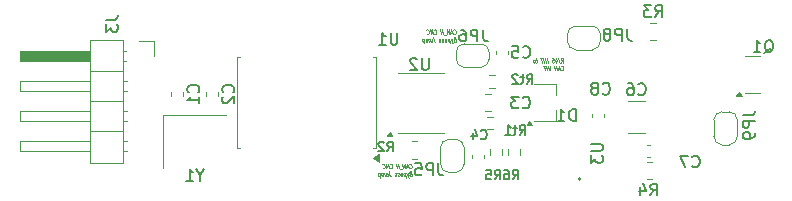
<source format=gbr>
%TF.GenerationSoftware,KiCad,Pcbnew,9.0.1*%
%TF.CreationDate,2025-09-14T13:33:31-04:00*%
%TF.ProjectId,can-nano-shield-fieldbus,63616e2d-6e61-46e6-9f2d-736869656c64,rev?*%
%TF.SameCoordinates,Original*%
%TF.FileFunction,Legend,Bot*%
%TF.FilePolarity,Positive*%
%FSLAX46Y46*%
G04 Gerber Fmt 4.6, Leading zero omitted, Abs format (unit mm)*
G04 Created by KiCad (PCBNEW 9.0.1) date 2025-09-14 13:33:31*
%MOMM*%
%LPD*%
G01*
G04 APERTURE LIST*
%ADD10C,0.075000*%
%ADD11C,0.150000*%
%ADD12C,0.120000*%
%ADD13C,0.200000*%
G04 APERTURE END LIST*
D10*
X150750181Y-88903169D02*
X150826372Y-88712693D01*
X150921610Y-88903169D02*
X150871610Y-88503169D01*
X150871610Y-88503169D02*
X150757324Y-88503169D01*
X150757324Y-88503169D02*
X150731134Y-88522217D01*
X150731134Y-88522217D02*
X150719229Y-88541264D01*
X150719229Y-88541264D02*
X150709705Y-88579360D01*
X150709705Y-88579360D02*
X150716848Y-88636502D01*
X150716848Y-88636502D02*
X150735896Y-88674598D01*
X150735896Y-88674598D02*
X150752562Y-88693645D01*
X150752562Y-88693645D02*
X150783515Y-88712693D01*
X150783515Y-88712693D02*
X150897800Y-88712693D01*
X150485896Y-88503169D02*
X150521610Y-88788883D01*
X150521610Y-88788883D02*
X150543038Y-88846026D01*
X150543038Y-88846026D02*
X150576372Y-88884122D01*
X150576372Y-88884122D02*
X150621610Y-88903169D01*
X150621610Y-88903169D02*
X150650181Y-88903169D01*
X150231134Y-88636502D02*
X150264467Y-88903169D01*
X150283515Y-88484122D02*
X150390658Y-88769836D01*
X150390658Y-88769836D02*
X150204944Y-88769836D01*
X149914468Y-88503169D02*
X150057325Y-88503169D01*
X150057325Y-88503169D02*
X150095420Y-88693645D01*
X150095420Y-88693645D02*
X150078753Y-88674598D01*
X150078753Y-88674598D02*
X150047801Y-88655550D01*
X150047801Y-88655550D02*
X149976373Y-88655550D01*
X149976373Y-88655550D02*
X149950182Y-88674598D01*
X149950182Y-88674598D02*
X149938277Y-88693645D01*
X149938277Y-88693645D02*
X149928753Y-88731741D01*
X149928753Y-88731741D02*
X149940658Y-88826979D01*
X149940658Y-88826979D02*
X149959706Y-88865074D01*
X149959706Y-88865074D02*
X149976373Y-88884122D01*
X149976373Y-88884122D02*
X150007325Y-88903169D01*
X150007325Y-88903169D02*
X150078753Y-88903169D01*
X150078753Y-88903169D02*
X150104944Y-88884122D01*
X150104944Y-88884122D02*
X150116849Y-88865074D01*
X149593040Y-88903169D02*
X149543040Y-88503169D01*
X149450183Y-88903169D02*
X149400183Y-88503169D01*
X149400183Y-88503169D02*
X149278754Y-88903169D01*
X149278754Y-88903169D02*
X149228754Y-88503169D01*
X149128754Y-88503169D02*
X148957325Y-88503169D01*
X149093040Y-88903169D02*
X149043040Y-88503169D01*
X148688279Y-88636502D02*
X148573993Y-88636502D01*
X148628755Y-88503169D02*
X148671612Y-88846026D01*
X148671612Y-88846026D02*
X148662088Y-88884122D01*
X148662088Y-88884122D02*
X148635898Y-88903169D01*
X148635898Y-88903169D02*
X148607326Y-88903169D01*
X148464469Y-88903169D02*
X148490659Y-88884122D01*
X148490659Y-88884122D02*
X148502564Y-88865074D01*
X148502564Y-88865074D02*
X148512088Y-88826979D01*
X148512088Y-88826979D02*
X148497802Y-88712693D01*
X148497802Y-88712693D02*
X148478754Y-88674598D01*
X148478754Y-88674598D02*
X148462088Y-88655550D01*
X148462088Y-88655550D02*
X148431135Y-88636502D01*
X148431135Y-88636502D02*
X148388278Y-88636502D01*
X148388278Y-88636502D02*
X148362088Y-88655550D01*
X148362088Y-88655550D02*
X148350183Y-88674598D01*
X148350183Y-88674598D02*
X148340659Y-88712693D01*
X148340659Y-88712693D02*
X148354945Y-88826979D01*
X148354945Y-88826979D02*
X148373993Y-88865074D01*
X148373993Y-88865074D02*
X148390659Y-88884122D01*
X148390659Y-88884122D02*
X148421612Y-88903169D01*
X148421612Y-88903169D02*
X148464469Y-88903169D01*
X150745419Y-89509052D02*
X150762086Y-89528100D01*
X150762086Y-89528100D02*
X150807324Y-89547147D01*
X150807324Y-89547147D02*
X150835896Y-89547147D01*
X150835896Y-89547147D02*
X150876372Y-89528100D01*
X150876372Y-89528100D02*
X150900181Y-89490004D01*
X150900181Y-89490004D02*
X150909705Y-89451909D01*
X150909705Y-89451909D02*
X150914467Y-89375719D01*
X150914467Y-89375719D02*
X150907324Y-89318576D01*
X150907324Y-89318576D02*
X150883515Y-89242385D01*
X150883515Y-89242385D02*
X150864467Y-89204290D01*
X150864467Y-89204290D02*
X150831134Y-89166195D01*
X150831134Y-89166195D02*
X150785896Y-89147147D01*
X150785896Y-89147147D02*
X150757324Y-89147147D01*
X150757324Y-89147147D02*
X150716848Y-89166195D01*
X150716848Y-89166195D02*
X150704943Y-89185242D01*
X150621610Y-89432861D02*
X150478753Y-89432861D01*
X150664467Y-89547147D02*
X150514467Y-89147147D01*
X150514467Y-89147147D02*
X150464467Y-89547147D01*
X150364467Y-89547147D02*
X150314467Y-89147147D01*
X150314467Y-89147147D02*
X150193038Y-89547147D01*
X150193038Y-89547147D02*
X150143038Y-89147147D01*
X149821610Y-89547147D02*
X149771610Y-89147147D01*
X149678753Y-89547147D02*
X149628753Y-89147147D01*
X149628753Y-89147147D02*
X149507324Y-89547147D01*
X149507324Y-89547147D02*
X149457324Y-89147147D01*
X149357324Y-89147147D02*
X149185895Y-89147147D01*
X149321610Y-89547147D02*
X149271610Y-89147147D01*
X141635419Y-86445074D02*
X141652086Y-86464122D01*
X141652086Y-86464122D02*
X141697324Y-86483169D01*
X141697324Y-86483169D02*
X141725896Y-86483169D01*
X141725896Y-86483169D02*
X141766372Y-86464122D01*
X141766372Y-86464122D02*
X141790181Y-86426026D01*
X141790181Y-86426026D02*
X141799705Y-86387931D01*
X141799705Y-86387931D02*
X141804467Y-86311741D01*
X141804467Y-86311741D02*
X141797324Y-86254598D01*
X141797324Y-86254598D02*
X141773515Y-86178407D01*
X141773515Y-86178407D02*
X141754467Y-86140312D01*
X141754467Y-86140312D02*
X141721134Y-86102217D01*
X141721134Y-86102217D02*
X141675896Y-86083169D01*
X141675896Y-86083169D02*
X141647324Y-86083169D01*
X141647324Y-86083169D02*
X141606848Y-86102217D01*
X141606848Y-86102217D02*
X141594943Y-86121264D01*
X141511610Y-86368883D02*
X141368753Y-86368883D01*
X141554467Y-86483169D02*
X141404467Y-86083169D01*
X141404467Y-86083169D02*
X141354467Y-86483169D01*
X141254467Y-86483169D02*
X141204467Y-86083169D01*
X141204467Y-86083169D02*
X141083038Y-86483169D01*
X141083038Y-86483169D02*
X141033038Y-86083169D01*
X141016371Y-86521264D02*
X140787800Y-86521264D01*
X140711610Y-86483169D02*
X140661610Y-86083169D01*
X140685419Y-86273645D02*
X140513991Y-86273645D01*
X140540181Y-86483169D02*
X140490181Y-86083169D01*
X139992562Y-86445074D02*
X140009229Y-86464122D01*
X140009229Y-86464122D02*
X140054467Y-86483169D01*
X140054467Y-86483169D02*
X140083039Y-86483169D01*
X140083039Y-86483169D02*
X140123515Y-86464122D01*
X140123515Y-86464122D02*
X140147324Y-86426026D01*
X140147324Y-86426026D02*
X140156848Y-86387931D01*
X140156848Y-86387931D02*
X140161610Y-86311741D01*
X140161610Y-86311741D02*
X140154467Y-86254598D01*
X140154467Y-86254598D02*
X140130658Y-86178407D01*
X140130658Y-86178407D02*
X140111610Y-86140312D01*
X140111610Y-86140312D02*
X140078277Y-86102217D01*
X140078277Y-86102217D02*
X140033039Y-86083169D01*
X140033039Y-86083169D02*
X140004467Y-86083169D01*
X140004467Y-86083169D02*
X139963991Y-86102217D01*
X139963991Y-86102217D02*
X139952086Y-86121264D01*
X139868753Y-86483169D02*
X139818753Y-86083169D01*
X139818753Y-86083169D02*
X139754467Y-86368883D01*
X139754467Y-86368883D02*
X139618753Y-86083169D01*
X139618753Y-86083169D02*
X139668753Y-86483169D01*
X139349705Y-86445074D02*
X139366372Y-86464122D01*
X139366372Y-86464122D02*
X139411610Y-86483169D01*
X139411610Y-86483169D02*
X139440182Y-86483169D01*
X139440182Y-86483169D02*
X139480658Y-86464122D01*
X139480658Y-86464122D02*
X139504467Y-86426026D01*
X139504467Y-86426026D02*
X139513991Y-86387931D01*
X139513991Y-86387931D02*
X139518753Y-86311741D01*
X139518753Y-86311741D02*
X139511610Y-86254598D01*
X139511610Y-86254598D02*
X139487801Y-86178407D01*
X139487801Y-86178407D02*
X139468753Y-86140312D01*
X139468753Y-86140312D02*
X139435420Y-86102217D01*
X139435420Y-86102217D02*
X139390182Y-86083169D01*
X139390182Y-86083169D02*
X139361610Y-86083169D01*
X139361610Y-86083169D02*
X139321134Y-86102217D01*
X139321134Y-86102217D02*
X139309229Y-86121264D01*
X141685419Y-86917623D02*
X141644943Y-86936671D01*
X141644943Y-86936671D02*
X141633038Y-86955719D01*
X141633038Y-86955719D02*
X141623515Y-86993814D01*
X141623515Y-86993814D02*
X141630658Y-87050957D01*
X141630658Y-87050957D02*
X141649705Y-87089052D01*
X141649705Y-87089052D02*
X141666372Y-87108100D01*
X141666372Y-87108100D02*
X141697324Y-87127147D01*
X141697324Y-87127147D02*
X141811610Y-87127147D01*
X141811610Y-87127147D02*
X141761610Y-86727147D01*
X141761610Y-86727147D02*
X141661610Y-86727147D01*
X141661610Y-86727147D02*
X141635419Y-86746195D01*
X141635419Y-86746195D02*
X141623515Y-86765242D01*
X141623515Y-86765242D02*
X141613991Y-86803338D01*
X141613991Y-86803338D02*
X141618753Y-86841433D01*
X141618753Y-86841433D02*
X141637800Y-86879528D01*
X141637800Y-86879528D02*
X141654467Y-86898576D01*
X141654467Y-86898576D02*
X141685419Y-86917623D01*
X141685419Y-86917623D02*
X141785419Y-86917623D01*
X141506848Y-86860480D02*
X141468753Y-87127147D01*
X141363991Y-86860480D02*
X141468753Y-87127147D01*
X141468753Y-87127147D02*
X141509229Y-87222385D01*
X141509229Y-87222385D02*
X141525896Y-87241433D01*
X141525896Y-87241433D02*
X141556848Y-87260480D01*
X141249706Y-86860480D02*
X141299706Y-87260480D01*
X141252087Y-86879528D02*
X141221134Y-86860480D01*
X141221134Y-86860480D02*
X141163991Y-86860480D01*
X141163991Y-86860480D02*
X141137801Y-86879528D01*
X141137801Y-86879528D02*
X141125896Y-86898576D01*
X141125896Y-86898576D02*
X141116372Y-86936671D01*
X141116372Y-86936671D02*
X141130658Y-87050957D01*
X141130658Y-87050957D02*
X141149706Y-87089052D01*
X141149706Y-87089052D02*
X141166372Y-87108100D01*
X141166372Y-87108100D02*
X141197325Y-87127147D01*
X141197325Y-87127147D02*
X141254467Y-87127147D01*
X141254467Y-87127147D02*
X141280658Y-87108100D01*
X140883038Y-87127147D02*
X140856848Y-86917623D01*
X140856848Y-86917623D02*
X140866372Y-86879528D01*
X140866372Y-86879528D02*
X140892562Y-86860480D01*
X140892562Y-86860480D02*
X140949705Y-86860480D01*
X140949705Y-86860480D02*
X140980658Y-86879528D01*
X140880658Y-87108100D02*
X140911610Y-87127147D01*
X140911610Y-87127147D02*
X140983038Y-87127147D01*
X140983038Y-87127147D02*
X141009229Y-87108100D01*
X141009229Y-87108100D02*
X141018753Y-87070004D01*
X141018753Y-87070004D02*
X141013991Y-87031909D01*
X141013991Y-87031909D02*
X140994943Y-86993814D01*
X140994943Y-86993814D02*
X140963991Y-86974766D01*
X140963991Y-86974766D02*
X140892562Y-86974766D01*
X140892562Y-86974766D02*
X140861610Y-86955719D01*
X140752086Y-87108100D02*
X140725895Y-87127147D01*
X140725895Y-87127147D02*
X140668752Y-87127147D01*
X140668752Y-87127147D02*
X140637800Y-87108100D01*
X140637800Y-87108100D02*
X140618752Y-87070004D01*
X140618752Y-87070004D02*
X140616371Y-87050957D01*
X140616371Y-87050957D02*
X140625895Y-87012861D01*
X140625895Y-87012861D02*
X140652086Y-86993814D01*
X140652086Y-86993814D02*
X140694943Y-86993814D01*
X140694943Y-86993814D02*
X140721133Y-86974766D01*
X140721133Y-86974766D02*
X140730657Y-86936671D01*
X140730657Y-86936671D02*
X140728276Y-86917623D01*
X140728276Y-86917623D02*
X140709229Y-86879528D01*
X140709229Y-86879528D02*
X140678276Y-86860480D01*
X140678276Y-86860480D02*
X140635419Y-86860480D01*
X140635419Y-86860480D02*
X140609229Y-86879528D01*
X140509229Y-87108100D02*
X140483038Y-87127147D01*
X140483038Y-87127147D02*
X140425895Y-87127147D01*
X140425895Y-87127147D02*
X140394943Y-87108100D01*
X140394943Y-87108100D02*
X140375895Y-87070004D01*
X140375895Y-87070004D02*
X140373514Y-87050957D01*
X140373514Y-87050957D02*
X140383038Y-87012861D01*
X140383038Y-87012861D02*
X140409229Y-86993814D01*
X140409229Y-86993814D02*
X140452086Y-86993814D01*
X140452086Y-86993814D02*
X140478276Y-86974766D01*
X140478276Y-86974766D02*
X140487800Y-86936671D01*
X140487800Y-86936671D02*
X140485419Y-86917623D01*
X140485419Y-86917623D02*
X140466372Y-86879528D01*
X140466372Y-86879528D02*
X140435419Y-86860480D01*
X140435419Y-86860480D02*
X140392562Y-86860480D01*
X140392562Y-86860480D02*
X140366372Y-86879528D01*
X139890182Y-86727147D02*
X139925896Y-87012861D01*
X139925896Y-87012861D02*
X139947324Y-87070004D01*
X139947324Y-87070004D02*
X139980658Y-87108100D01*
X139980658Y-87108100D02*
X140025896Y-87127147D01*
X140025896Y-87127147D02*
X140054467Y-87127147D01*
X139635420Y-86860480D02*
X139668753Y-87127147D01*
X139763992Y-86860480D02*
X139790182Y-87070004D01*
X139790182Y-87070004D02*
X139780658Y-87108100D01*
X139780658Y-87108100D02*
X139754468Y-87127147D01*
X139754468Y-87127147D02*
X139711611Y-87127147D01*
X139711611Y-87127147D02*
X139680658Y-87108100D01*
X139680658Y-87108100D02*
X139663992Y-87089052D01*
X139525896Y-87127147D02*
X139492563Y-86860480D01*
X139497324Y-86898576D02*
X139480658Y-86879528D01*
X139480658Y-86879528D02*
X139449705Y-86860480D01*
X139449705Y-86860480D02*
X139406848Y-86860480D01*
X139406848Y-86860480D02*
X139380658Y-86879528D01*
X139380658Y-86879528D02*
X139371134Y-86917623D01*
X139371134Y-86917623D02*
X139397324Y-87127147D01*
X139371134Y-86917623D02*
X139352086Y-86879528D01*
X139352086Y-86879528D02*
X139321134Y-86860480D01*
X139321134Y-86860480D02*
X139278277Y-86860480D01*
X139278277Y-86860480D02*
X139252086Y-86879528D01*
X139252086Y-86879528D02*
X139242563Y-86917623D01*
X139242563Y-86917623D02*
X139268753Y-87127147D01*
X139092563Y-86860480D02*
X139142563Y-87260480D01*
X139094944Y-86879528D02*
X139063991Y-86860480D01*
X139063991Y-86860480D02*
X139006848Y-86860480D01*
X139006848Y-86860480D02*
X138980658Y-86879528D01*
X138980658Y-86879528D02*
X138968753Y-86898576D01*
X138968753Y-86898576D02*
X138959229Y-86936671D01*
X138959229Y-86936671D02*
X138973515Y-87050957D01*
X138973515Y-87050957D02*
X138992563Y-87089052D01*
X138992563Y-87089052D02*
X139009229Y-87108100D01*
X139009229Y-87108100D02*
X139040182Y-87127147D01*
X139040182Y-87127147D02*
X139097324Y-87127147D01*
X139097324Y-87127147D02*
X139123515Y-87108100D01*
X137895419Y-97825074D02*
X137912086Y-97844122D01*
X137912086Y-97844122D02*
X137957324Y-97863169D01*
X137957324Y-97863169D02*
X137985896Y-97863169D01*
X137985896Y-97863169D02*
X138026372Y-97844122D01*
X138026372Y-97844122D02*
X138050181Y-97806026D01*
X138050181Y-97806026D02*
X138059705Y-97767931D01*
X138059705Y-97767931D02*
X138064467Y-97691741D01*
X138064467Y-97691741D02*
X138057324Y-97634598D01*
X138057324Y-97634598D02*
X138033515Y-97558407D01*
X138033515Y-97558407D02*
X138014467Y-97520312D01*
X138014467Y-97520312D02*
X137981134Y-97482217D01*
X137981134Y-97482217D02*
X137935896Y-97463169D01*
X137935896Y-97463169D02*
X137907324Y-97463169D01*
X137907324Y-97463169D02*
X137866848Y-97482217D01*
X137866848Y-97482217D02*
X137854943Y-97501264D01*
X137771610Y-97748883D02*
X137628753Y-97748883D01*
X137814467Y-97863169D02*
X137664467Y-97463169D01*
X137664467Y-97463169D02*
X137614467Y-97863169D01*
X137514467Y-97863169D02*
X137464467Y-97463169D01*
X137464467Y-97463169D02*
X137343038Y-97863169D01*
X137343038Y-97863169D02*
X137293038Y-97463169D01*
X137276371Y-97901264D02*
X137047800Y-97901264D01*
X136971610Y-97863169D02*
X136921610Y-97463169D01*
X136945419Y-97653645D02*
X136773991Y-97653645D01*
X136800181Y-97863169D02*
X136750181Y-97463169D01*
X136252562Y-97825074D02*
X136269229Y-97844122D01*
X136269229Y-97844122D02*
X136314467Y-97863169D01*
X136314467Y-97863169D02*
X136343039Y-97863169D01*
X136343039Y-97863169D02*
X136383515Y-97844122D01*
X136383515Y-97844122D02*
X136407324Y-97806026D01*
X136407324Y-97806026D02*
X136416848Y-97767931D01*
X136416848Y-97767931D02*
X136421610Y-97691741D01*
X136421610Y-97691741D02*
X136414467Y-97634598D01*
X136414467Y-97634598D02*
X136390658Y-97558407D01*
X136390658Y-97558407D02*
X136371610Y-97520312D01*
X136371610Y-97520312D02*
X136338277Y-97482217D01*
X136338277Y-97482217D02*
X136293039Y-97463169D01*
X136293039Y-97463169D02*
X136264467Y-97463169D01*
X136264467Y-97463169D02*
X136223991Y-97482217D01*
X136223991Y-97482217D02*
X136212086Y-97501264D01*
X136128753Y-97863169D02*
X136078753Y-97463169D01*
X136078753Y-97463169D02*
X136014467Y-97748883D01*
X136014467Y-97748883D02*
X135878753Y-97463169D01*
X135878753Y-97463169D02*
X135928753Y-97863169D01*
X135609705Y-97825074D02*
X135626372Y-97844122D01*
X135626372Y-97844122D02*
X135671610Y-97863169D01*
X135671610Y-97863169D02*
X135700182Y-97863169D01*
X135700182Y-97863169D02*
X135740658Y-97844122D01*
X135740658Y-97844122D02*
X135764467Y-97806026D01*
X135764467Y-97806026D02*
X135773991Y-97767931D01*
X135773991Y-97767931D02*
X135778753Y-97691741D01*
X135778753Y-97691741D02*
X135771610Y-97634598D01*
X135771610Y-97634598D02*
X135747801Y-97558407D01*
X135747801Y-97558407D02*
X135728753Y-97520312D01*
X135728753Y-97520312D02*
X135695420Y-97482217D01*
X135695420Y-97482217D02*
X135650182Y-97463169D01*
X135650182Y-97463169D02*
X135621610Y-97463169D01*
X135621610Y-97463169D02*
X135581134Y-97482217D01*
X135581134Y-97482217D02*
X135569229Y-97501264D01*
X137945419Y-98297623D02*
X137904943Y-98316671D01*
X137904943Y-98316671D02*
X137893038Y-98335719D01*
X137893038Y-98335719D02*
X137883515Y-98373814D01*
X137883515Y-98373814D02*
X137890658Y-98430957D01*
X137890658Y-98430957D02*
X137909705Y-98469052D01*
X137909705Y-98469052D02*
X137926372Y-98488100D01*
X137926372Y-98488100D02*
X137957324Y-98507147D01*
X137957324Y-98507147D02*
X138071610Y-98507147D01*
X138071610Y-98507147D02*
X138021610Y-98107147D01*
X138021610Y-98107147D02*
X137921610Y-98107147D01*
X137921610Y-98107147D02*
X137895419Y-98126195D01*
X137895419Y-98126195D02*
X137883515Y-98145242D01*
X137883515Y-98145242D02*
X137873991Y-98183338D01*
X137873991Y-98183338D02*
X137878753Y-98221433D01*
X137878753Y-98221433D02*
X137897800Y-98259528D01*
X137897800Y-98259528D02*
X137914467Y-98278576D01*
X137914467Y-98278576D02*
X137945419Y-98297623D01*
X137945419Y-98297623D02*
X138045419Y-98297623D01*
X137766848Y-98240480D02*
X137728753Y-98507147D01*
X137623991Y-98240480D02*
X137728753Y-98507147D01*
X137728753Y-98507147D02*
X137769229Y-98602385D01*
X137769229Y-98602385D02*
X137785896Y-98621433D01*
X137785896Y-98621433D02*
X137816848Y-98640480D01*
X137509706Y-98240480D02*
X137559706Y-98640480D01*
X137512087Y-98259528D02*
X137481134Y-98240480D01*
X137481134Y-98240480D02*
X137423991Y-98240480D01*
X137423991Y-98240480D02*
X137397801Y-98259528D01*
X137397801Y-98259528D02*
X137385896Y-98278576D01*
X137385896Y-98278576D02*
X137376372Y-98316671D01*
X137376372Y-98316671D02*
X137390658Y-98430957D01*
X137390658Y-98430957D02*
X137409706Y-98469052D01*
X137409706Y-98469052D02*
X137426372Y-98488100D01*
X137426372Y-98488100D02*
X137457325Y-98507147D01*
X137457325Y-98507147D02*
X137514467Y-98507147D01*
X137514467Y-98507147D02*
X137540658Y-98488100D01*
X137143038Y-98507147D02*
X137116848Y-98297623D01*
X137116848Y-98297623D02*
X137126372Y-98259528D01*
X137126372Y-98259528D02*
X137152562Y-98240480D01*
X137152562Y-98240480D02*
X137209705Y-98240480D01*
X137209705Y-98240480D02*
X137240658Y-98259528D01*
X137140658Y-98488100D02*
X137171610Y-98507147D01*
X137171610Y-98507147D02*
X137243038Y-98507147D01*
X137243038Y-98507147D02*
X137269229Y-98488100D01*
X137269229Y-98488100D02*
X137278753Y-98450004D01*
X137278753Y-98450004D02*
X137273991Y-98411909D01*
X137273991Y-98411909D02*
X137254943Y-98373814D01*
X137254943Y-98373814D02*
X137223991Y-98354766D01*
X137223991Y-98354766D02*
X137152562Y-98354766D01*
X137152562Y-98354766D02*
X137121610Y-98335719D01*
X137012086Y-98488100D02*
X136985895Y-98507147D01*
X136985895Y-98507147D02*
X136928752Y-98507147D01*
X136928752Y-98507147D02*
X136897800Y-98488100D01*
X136897800Y-98488100D02*
X136878752Y-98450004D01*
X136878752Y-98450004D02*
X136876371Y-98430957D01*
X136876371Y-98430957D02*
X136885895Y-98392861D01*
X136885895Y-98392861D02*
X136912086Y-98373814D01*
X136912086Y-98373814D02*
X136954943Y-98373814D01*
X136954943Y-98373814D02*
X136981133Y-98354766D01*
X136981133Y-98354766D02*
X136990657Y-98316671D01*
X136990657Y-98316671D02*
X136988276Y-98297623D01*
X136988276Y-98297623D02*
X136969229Y-98259528D01*
X136969229Y-98259528D02*
X136938276Y-98240480D01*
X136938276Y-98240480D02*
X136895419Y-98240480D01*
X136895419Y-98240480D02*
X136869229Y-98259528D01*
X136769229Y-98488100D02*
X136743038Y-98507147D01*
X136743038Y-98507147D02*
X136685895Y-98507147D01*
X136685895Y-98507147D02*
X136654943Y-98488100D01*
X136654943Y-98488100D02*
X136635895Y-98450004D01*
X136635895Y-98450004D02*
X136633514Y-98430957D01*
X136633514Y-98430957D02*
X136643038Y-98392861D01*
X136643038Y-98392861D02*
X136669229Y-98373814D01*
X136669229Y-98373814D02*
X136712086Y-98373814D01*
X136712086Y-98373814D02*
X136738276Y-98354766D01*
X136738276Y-98354766D02*
X136747800Y-98316671D01*
X136747800Y-98316671D02*
X136745419Y-98297623D01*
X136745419Y-98297623D02*
X136726372Y-98259528D01*
X136726372Y-98259528D02*
X136695419Y-98240480D01*
X136695419Y-98240480D02*
X136652562Y-98240480D01*
X136652562Y-98240480D02*
X136626372Y-98259528D01*
X136150182Y-98107147D02*
X136185896Y-98392861D01*
X136185896Y-98392861D02*
X136207324Y-98450004D01*
X136207324Y-98450004D02*
X136240658Y-98488100D01*
X136240658Y-98488100D02*
X136285896Y-98507147D01*
X136285896Y-98507147D02*
X136314467Y-98507147D01*
X135895420Y-98240480D02*
X135928753Y-98507147D01*
X136023992Y-98240480D02*
X136050182Y-98450004D01*
X136050182Y-98450004D02*
X136040658Y-98488100D01*
X136040658Y-98488100D02*
X136014468Y-98507147D01*
X136014468Y-98507147D02*
X135971611Y-98507147D01*
X135971611Y-98507147D02*
X135940658Y-98488100D01*
X135940658Y-98488100D02*
X135923992Y-98469052D01*
X135785896Y-98507147D02*
X135752563Y-98240480D01*
X135757324Y-98278576D02*
X135740658Y-98259528D01*
X135740658Y-98259528D02*
X135709705Y-98240480D01*
X135709705Y-98240480D02*
X135666848Y-98240480D01*
X135666848Y-98240480D02*
X135640658Y-98259528D01*
X135640658Y-98259528D02*
X135631134Y-98297623D01*
X135631134Y-98297623D02*
X135657324Y-98507147D01*
X135631134Y-98297623D02*
X135612086Y-98259528D01*
X135612086Y-98259528D02*
X135581134Y-98240480D01*
X135581134Y-98240480D02*
X135538277Y-98240480D01*
X135538277Y-98240480D02*
X135512086Y-98259528D01*
X135512086Y-98259528D02*
X135502563Y-98297623D01*
X135502563Y-98297623D02*
X135528753Y-98507147D01*
X135352563Y-98240480D02*
X135402563Y-98640480D01*
X135354944Y-98259528D02*
X135323991Y-98240480D01*
X135323991Y-98240480D02*
X135266848Y-98240480D01*
X135266848Y-98240480D02*
X135240658Y-98259528D01*
X135240658Y-98259528D02*
X135228753Y-98278576D01*
X135228753Y-98278576D02*
X135219229Y-98316671D01*
X135219229Y-98316671D02*
X135233515Y-98430957D01*
X135233515Y-98430957D02*
X135252563Y-98469052D01*
X135252563Y-98469052D02*
X135269229Y-98488100D01*
X135269229Y-98488100D02*
X135300182Y-98507147D01*
X135300182Y-98507147D02*
X135357324Y-98507147D01*
X135357324Y-98507147D02*
X135383515Y-98488100D01*
D11*
X167935238Y-88080057D02*
X168030476Y-88032438D01*
X168030476Y-88032438D02*
X168125714Y-87937200D01*
X168125714Y-87937200D02*
X168268571Y-87794342D01*
X168268571Y-87794342D02*
X168363809Y-87746723D01*
X168363809Y-87746723D02*
X168459047Y-87746723D01*
X168411428Y-87984819D02*
X168506666Y-87937200D01*
X168506666Y-87937200D02*
X168601904Y-87841961D01*
X168601904Y-87841961D02*
X168649523Y-87651485D01*
X168649523Y-87651485D02*
X168649523Y-87318152D01*
X168649523Y-87318152D02*
X168601904Y-87127676D01*
X168601904Y-87127676D02*
X168506666Y-87032438D01*
X168506666Y-87032438D02*
X168411428Y-86984819D01*
X168411428Y-86984819D02*
X168220952Y-86984819D01*
X168220952Y-86984819D02*
X168125714Y-87032438D01*
X168125714Y-87032438D02*
X168030476Y-87127676D01*
X168030476Y-87127676D02*
X167982857Y-87318152D01*
X167982857Y-87318152D02*
X167982857Y-87651485D01*
X167982857Y-87651485D02*
X168030476Y-87841961D01*
X168030476Y-87841961D02*
X168125714Y-87937200D01*
X168125714Y-87937200D02*
X168220952Y-87984819D01*
X168220952Y-87984819D02*
X168411428Y-87984819D01*
X167030476Y-87984819D02*
X167601904Y-87984819D01*
X167316190Y-87984819D02*
X167316190Y-86984819D01*
X167316190Y-86984819D02*
X167411428Y-87127676D01*
X167411428Y-87127676D02*
X167506666Y-87222914D01*
X167506666Y-87222914D02*
X167601904Y-87270533D01*
X157266666Y-91559580D02*
X157314285Y-91607200D01*
X157314285Y-91607200D02*
X157457142Y-91654819D01*
X157457142Y-91654819D02*
X157552380Y-91654819D01*
X157552380Y-91654819D02*
X157695237Y-91607200D01*
X157695237Y-91607200D02*
X157790475Y-91511961D01*
X157790475Y-91511961D02*
X157838094Y-91416723D01*
X157838094Y-91416723D02*
X157885713Y-91226247D01*
X157885713Y-91226247D02*
X157885713Y-91083390D01*
X157885713Y-91083390D02*
X157838094Y-90892914D01*
X157838094Y-90892914D02*
X157790475Y-90797676D01*
X157790475Y-90797676D02*
X157695237Y-90702438D01*
X157695237Y-90702438D02*
X157552380Y-90654819D01*
X157552380Y-90654819D02*
X157457142Y-90654819D01*
X157457142Y-90654819D02*
X157314285Y-90702438D01*
X157314285Y-90702438D02*
X157266666Y-90750057D01*
X156409523Y-90654819D02*
X156599999Y-90654819D01*
X156599999Y-90654819D02*
X156695237Y-90702438D01*
X156695237Y-90702438D02*
X156742856Y-90750057D01*
X156742856Y-90750057D02*
X156838094Y-90892914D01*
X156838094Y-90892914D02*
X156885713Y-91083390D01*
X156885713Y-91083390D02*
X156885713Y-91464342D01*
X156885713Y-91464342D02*
X156838094Y-91559580D01*
X156838094Y-91559580D02*
X156790475Y-91607200D01*
X156790475Y-91607200D02*
X156695237Y-91654819D01*
X156695237Y-91654819D02*
X156504761Y-91654819D01*
X156504761Y-91654819D02*
X156409523Y-91607200D01*
X156409523Y-91607200D02*
X156361904Y-91559580D01*
X156361904Y-91559580D02*
X156314285Y-91464342D01*
X156314285Y-91464342D02*
X156314285Y-91226247D01*
X156314285Y-91226247D02*
X156361904Y-91131009D01*
X156361904Y-91131009D02*
X156409523Y-91083390D01*
X156409523Y-91083390D02*
X156504761Y-91035771D01*
X156504761Y-91035771D02*
X156695237Y-91035771D01*
X156695237Y-91035771D02*
X156790475Y-91083390D01*
X156790475Y-91083390D02*
X156838094Y-91131009D01*
X156838094Y-91131009D02*
X156885713Y-91226247D01*
X120176190Y-98438628D02*
X120176190Y-98914819D01*
X120509523Y-97914819D02*
X120176190Y-98438628D01*
X120176190Y-98438628D02*
X119842857Y-97914819D01*
X118985714Y-98914819D02*
X119557142Y-98914819D01*
X119271428Y-98914819D02*
X119271428Y-97914819D01*
X119271428Y-97914819D02*
X119366666Y-98057676D01*
X119366666Y-98057676D02*
X119461904Y-98152914D01*
X119461904Y-98152914D02*
X119557142Y-98200533D01*
X161826666Y-97679580D02*
X161874285Y-97727200D01*
X161874285Y-97727200D02*
X162017142Y-97774819D01*
X162017142Y-97774819D02*
X162112380Y-97774819D01*
X162112380Y-97774819D02*
X162255237Y-97727200D01*
X162255237Y-97727200D02*
X162350475Y-97631961D01*
X162350475Y-97631961D02*
X162398094Y-97536723D01*
X162398094Y-97536723D02*
X162445713Y-97346247D01*
X162445713Y-97346247D02*
X162445713Y-97203390D01*
X162445713Y-97203390D02*
X162398094Y-97012914D01*
X162398094Y-97012914D02*
X162350475Y-96917676D01*
X162350475Y-96917676D02*
X162255237Y-96822438D01*
X162255237Y-96822438D02*
X162112380Y-96774819D01*
X162112380Y-96774819D02*
X162017142Y-96774819D01*
X162017142Y-96774819D02*
X161874285Y-96822438D01*
X161874285Y-96822438D02*
X161826666Y-96870057D01*
X161493332Y-96774819D02*
X160826666Y-96774819D01*
X160826666Y-96774819D02*
X161255237Y-97774819D01*
X144113333Y-86099819D02*
X144113333Y-86814104D01*
X144113333Y-86814104D02*
X144160952Y-86956961D01*
X144160952Y-86956961D02*
X144256190Y-87052200D01*
X144256190Y-87052200D02*
X144399047Y-87099819D01*
X144399047Y-87099819D02*
X144494285Y-87099819D01*
X143637142Y-87099819D02*
X143637142Y-86099819D01*
X143637142Y-86099819D02*
X143256190Y-86099819D01*
X143256190Y-86099819D02*
X143160952Y-86147438D01*
X143160952Y-86147438D02*
X143113333Y-86195057D01*
X143113333Y-86195057D02*
X143065714Y-86290295D01*
X143065714Y-86290295D02*
X143065714Y-86433152D01*
X143065714Y-86433152D02*
X143113333Y-86528390D01*
X143113333Y-86528390D02*
X143160952Y-86576009D01*
X143160952Y-86576009D02*
X143256190Y-86623628D01*
X143256190Y-86623628D02*
X143637142Y-86623628D01*
X142208571Y-86099819D02*
X142399047Y-86099819D01*
X142399047Y-86099819D02*
X142494285Y-86147438D01*
X142494285Y-86147438D02*
X142541904Y-86195057D01*
X142541904Y-86195057D02*
X142637142Y-86337914D01*
X142637142Y-86337914D02*
X142684761Y-86528390D01*
X142684761Y-86528390D02*
X142684761Y-86909342D01*
X142684761Y-86909342D02*
X142637142Y-87004580D01*
X142637142Y-87004580D02*
X142589523Y-87052200D01*
X142589523Y-87052200D02*
X142494285Y-87099819D01*
X142494285Y-87099819D02*
X142303809Y-87099819D01*
X142303809Y-87099819D02*
X142208571Y-87052200D01*
X142208571Y-87052200D02*
X142160952Y-87004580D01*
X142160952Y-87004580D02*
X142113333Y-86909342D01*
X142113333Y-86909342D02*
X142113333Y-86671247D01*
X142113333Y-86671247D02*
X142160952Y-86576009D01*
X142160952Y-86576009D02*
X142208571Y-86528390D01*
X142208571Y-86528390D02*
X142303809Y-86480771D01*
X142303809Y-86480771D02*
X142494285Y-86480771D01*
X142494285Y-86480771D02*
X142589523Y-86528390D01*
X142589523Y-86528390D02*
X142637142Y-86576009D01*
X142637142Y-86576009D02*
X142684761Y-86671247D01*
X158291666Y-100134819D02*
X158624999Y-99658628D01*
X158863094Y-100134819D02*
X158863094Y-99134819D01*
X158863094Y-99134819D02*
X158482142Y-99134819D01*
X158482142Y-99134819D02*
X158386904Y-99182438D01*
X158386904Y-99182438D02*
X158339285Y-99230057D01*
X158339285Y-99230057D02*
X158291666Y-99325295D01*
X158291666Y-99325295D02*
X158291666Y-99468152D01*
X158291666Y-99468152D02*
X158339285Y-99563390D01*
X158339285Y-99563390D02*
X158386904Y-99611009D01*
X158386904Y-99611009D02*
X158482142Y-99658628D01*
X158482142Y-99658628D02*
X158863094Y-99658628D01*
X157434523Y-99468152D02*
X157434523Y-100134819D01*
X157672618Y-99087200D02*
X157910713Y-99801485D01*
X157910713Y-99801485D02*
X157291666Y-99801485D01*
X154236666Y-91509580D02*
X154284285Y-91557200D01*
X154284285Y-91557200D02*
X154427142Y-91604819D01*
X154427142Y-91604819D02*
X154522380Y-91604819D01*
X154522380Y-91604819D02*
X154665237Y-91557200D01*
X154665237Y-91557200D02*
X154760475Y-91461961D01*
X154760475Y-91461961D02*
X154808094Y-91366723D01*
X154808094Y-91366723D02*
X154855713Y-91176247D01*
X154855713Y-91176247D02*
X154855713Y-91033390D01*
X154855713Y-91033390D02*
X154808094Y-90842914D01*
X154808094Y-90842914D02*
X154760475Y-90747676D01*
X154760475Y-90747676D02*
X154665237Y-90652438D01*
X154665237Y-90652438D02*
X154522380Y-90604819D01*
X154522380Y-90604819D02*
X154427142Y-90604819D01*
X154427142Y-90604819D02*
X154284285Y-90652438D01*
X154284285Y-90652438D02*
X154236666Y-90700057D01*
X153665237Y-91033390D02*
X153760475Y-90985771D01*
X153760475Y-90985771D02*
X153808094Y-90938152D01*
X153808094Y-90938152D02*
X153855713Y-90842914D01*
X153855713Y-90842914D02*
X153855713Y-90795295D01*
X153855713Y-90795295D02*
X153808094Y-90700057D01*
X153808094Y-90700057D02*
X153760475Y-90652438D01*
X153760475Y-90652438D02*
X153665237Y-90604819D01*
X153665237Y-90604819D02*
X153474761Y-90604819D01*
X153474761Y-90604819D02*
X153379523Y-90652438D01*
X153379523Y-90652438D02*
X153331904Y-90700057D01*
X153331904Y-90700057D02*
X153284285Y-90795295D01*
X153284285Y-90795295D02*
X153284285Y-90842914D01*
X153284285Y-90842914D02*
X153331904Y-90938152D01*
X153331904Y-90938152D02*
X153379523Y-90985771D01*
X153379523Y-90985771D02*
X153474761Y-91033390D01*
X153474761Y-91033390D02*
X153665237Y-91033390D01*
X153665237Y-91033390D02*
X153760475Y-91081009D01*
X153760475Y-91081009D02*
X153808094Y-91128628D01*
X153808094Y-91128628D02*
X153855713Y-91223866D01*
X153855713Y-91223866D02*
X153855713Y-91414342D01*
X153855713Y-91414342D02*
X153808094Y-91509580D01*
X153808094Y-91509580D02*
X153760475Y-91557200D01*
X153760475Y-91557200D02*
X153665237Y-91604819D01*
X153665237Y-91604819D02*
X153474761Y-91604819D01*
X153474761Y-91604819D02*
X153379523Y-91557200D01*
X153379523Y-91557200D02*
X153331904Y-91509580D01*
X153331904Y-91509580D02*
X153284285Y-91414342D01*
X153284285Y-91414342D02*
X153284285Y-91223866D01*
X153284285Y-91223866D02*
X153331904Y-91128628D01*
X153331904Y-91128628D02*
X153379523Y-91081009D01*
X153379523Y-91081009D02*
X153474761Y-91033390D01*
X156313333Y-86034819D02*
X156313333Y-86749104D01*
X156313333Y-86749104D02*
X156360952Y-86891961D01*
X156360952Y-86891961D02*
X156456190Y-86987200D01*
X156456190Y-86987200D02*
X156599047Y-87034819D01*
X156599047Y-87034819D02*
X156694285Y-87034819D01*
X155837142Y-87034819D02*
X155837142Y-86034819D01*
X155837142Y-86034819D02*
X155456190Y-86034819D01*
X155456190Y-86034819D02*
X155360952Y-86082438D01*
X155360952Y-86082438D02*
X155313333Y-86130057D01*
X155313333Y-86130057D02*
X155265714Y-86225295D01*
X155265714Y-86225295D02*
X155265714Y-86368152D01*
X155265714Y-86368152D02*
X155313333Y-86463390D01*
X155313333Y-86463390D02*
X155360952Y-86511009D01*
X155360952Y-86511009D02*
X155456190Y-86558628D01*
X155456190Y-86558628D02*
X155837142Y-86558628D01*
X154694285Y-86463390D02*
X154789523Y-86415771D01*
X154789523Y-86415771D02*
X154837142Y-86368152D01*
X154837142Y-86368152D02*
X154884761Y-86272914D01*
X154884761Y-86272914D02*
X154884761Y-86225295D01*
X154884761Y-86225295D02*
X154837142Y-86130057D01*
X154837142Y-86130057D02*
X154789523Y-86082438D01*
X154789523Y-86082438D02*
X154694285Y-86034819D01*
X154694285Y-86034819D02*
X154503809Y-86034819D01*
X154503809Y-86034819D02*
X154408571Y-86082438D01*
X154408571Y-86082438D02*
X154360952Y-86130057D01*
X154360952Y-86130057D02*
X154313333Y-86225295D01*
X154313333Y-86225295D02*
X154313333Y-86272914D01*
X154313333Y-86272914D02*
X154360952Y-86368152D01*
X154360952Y-86368152D02*
X154408571Y-86415771D01*
X154408571Y-86415771D02*
X154503809Y-86463390D01*
X154503809Y-86463390D02*
X154694285Y-86463390D01*
X154694285Y-86463390D02*
X154789523Y-86511009D01*
X154789523Y-86511009D02*
X154837142Y-86558628D01*
X154837142Y-86558628D02*
X154884761Y-86653866D01*
X154884761Y-86653866D02*
X154884761Y-86844342D01*
X154884761Y-86844342D02*
X154837142Y-86939580D01*
X154837142Y-86939580D02*
X154789523Y-86987200D01*
X154789523Y-86987200D02*
X154694285Y-87034819D01*
X154694285Y-87034819D02*
X154503809Y-87034819D01*
X154503809Y-87034819D02*
X154408571Y-86987200D01*
X154408571Y-86987200D02*
X154360952Y-86939580D01*
X154360952Y-86939580D02*
X154313333Y-86844342D01*
X154313333Y-86844342D02*
X154313333Y-86653866D01*
X154313333Y-86653866D02*
X154360952Y-86558628D01*
X154360952Y-86558628D02*
X154408571Y-86511009D01*
X154408571Y-86511009D02*
X154503809Y-86463390D01*
X143913332Y-95296104D02*
X143951428Y-95334200D01*
X143951428Y-95334200D02*
X144065713Y-95372295D01*
X144065713Y-95372295D02*
X144141904Y-95372295D01*
X144141904Y-95372295D02*
X144256190Y-95334200D01*
X144256190Y-95334200D02*
X144332380Y-95258009D01*
X144332380Y-95258009D02*
X144370475Y-95181819D01*
X144370475Y-95181819D02*
X144408571Y-95029438D01*
X144408571Y-95029438D02*
X144408571Y-94915152D01*
X144408571Y-94915152D02*
X144370475Y-94762771D01*
X144370475Y-94762771D02*
X144332380Y-94686580D01*
X144332380Y-94686580D02*
X144256190Y-94610390D01*
X144256190Y-94610390D02*
X144141904Y-94572295D01*
X144141904Y-94572295D02*
X144065713Y-94572295D01*
X144065713Y-94572295D02*
X143951428Y-94610390D01*
X143951428Y-94610390D02*
X143913332Y-94648485D01*
X143227618Y-94838961D02*
X143227618Y-95372295D01*
X143418094Y-94534200D02*
X143608571Y-95105628D01*
X143608571Y-95105628D02*
X143113332Y-95105628D01*
X166104819Y-93366666D02*
X166819104Y-93366666D01*
X166819104Y-93366666D02*
X166961961Y-93319047D01*
X166961961Y-93319047D02*
X167057200Y-93223809D01*
X167057200Y-93223809D02*
X167104819Y-93080952D01*
X167104819Y-93080952D02*
X167104819Y-92985714D01*
X167104819Y-93842857D02*
X166104819Y-93842857D01*
X166104819Y-93842857D02*
X166104819Y-94223809D01*
X166104819Y-94223809D02*
X166152438Y-94319047D01*
X166152438Y-94319047D02*
X166200057Y-94366666D01*
X166200057Y-94366666D02*
X166295295Y-94414285D01*
X166295295Y-94414285D02*
X166438152Y-94414285D01*
X166438152Y-94414285D02*
X166533390Y-94366666D01*
X166533390Y-94366666D02*
X166581009Y-94319047D01*
X166581009Y-94319047D02*
X166628628Y-94223809D01*
X166628628Y-94223809D02*
X166628628Y-93842857D01*
X167104819Y-94890476D02*
X167104819Y-95080952D01*
X167104819Y-95080952D02*
X167057200Y-95176190D01*
X167057200Y-95176190D02*
X167009580Y-95223809D01*
X167009580Y-95223809D02*
X166866723Y-95319047D01*
X166866723Y-95319047D02*
X166676247Y-95366666D01*
X166676247Y-95366666D02*
X166295295Y-95366666D01*
X166295295Y-95366666D02*
X166200057Y-95319047D01*
X166200057Y-95319047D02*
X166152438Y-95271428D01*
X166152438Y-95271428D02*
X166104819Y-95176190D01*
X166104819Y-95176190D02*
X166104819Y-94985714D01*
X166104819Y-94985714D02*
X166152438Y-94890476D01*
X166152438Y-94890476D02*
X166200057Y-94842857D01*
X166200057Y-94842857D02*
X166295295Y-94795238D01*
X166295295Y-94795238D02*
X166533390Y-94795238D01*
X166533390Y-94795238D02*
X166628628Y-94842857D01*
X166628628Y-94842857D02*
X166676247Y-94890476D01*
X166676247Y-94890476D02*
X166723866Y-94985714D01*
X166723866Y-94985714D02*
X166723866Y-95176190D01*
X166723866Y-95176190D02*
X166676247Y-95271428D01*
X166676247Y-95271428D02*
X166628628Y-95319047D01*
X166628628Y-95319047D02*
X166533390Y-95366666D01*
X122939580Y-91408333D02*
X122987200Y-91360714D01*
X122987200Y-91360714D02*
X123034819Y-91217857D01*
X123034819Y-91217857D02*
X123034819Y-91122619D01*
X123034819Y-91122619D02*
X122987200Y-90979762D01*
X122987200Y-90979762D02*
X122891961Y-90884524D01*
X122891961Y-90884524D02*
X122796723Y-90836905D01*
X122796723Y-90836905D02*
X122606247Y-90789286D01*
X122606247Y-90789286D02*
X122463390Y-90789286D01*
X122463390Y-90789286D02*
X122272914Y-90836905D01*
X122272914Y-90836905D02*
X122177676Y-90884524D01*
X122177676Y-90884524D02*
X122082438Y-90979762D01*
X122082438Y-90979762D02*
X122034819Y-91122619D01*
X122034819Y-91122619D02*
X122034819Y-91217857D01*
X122034819Y-91217857D02*
X122082438Y-91360714D01*
X122082438Y-91360714D02*
X122130057Y-91408333D01*
X122130057Y-91789286D02*
X122082438Y-91836905D01*
X122082438Y-91836905D02*
X122034819Y-91932143D01*
X122034819Y-91932143D02*
X122034819Y-92170238D01*
X122034819Y-92170238D02*
X122082438Y-92265476D01*
X122082438Y-92265476D02*
X122130057Y-92313095D01*
X122130057Y-92313095D02*
X122225295Y-92360714D01*
X122225295Y-92360714D02*
X122320533Y-92360714D01*
X122320533Y-92360714D02*
X122463390Y-92313095D01*
X122463390Y-92313095D02*
X123034819Y-91741667D01*
X123034819Y-91741667D02*
X123034819Y-92360714D01*
X147811904Y-90692295D02*
X148078571Y-90311342D01*
X148269047Y-90692295D02*
X148269047Y-89892295D01*
X148269047Y-89892295D02*
X147964285Y-89892295D01*
X147964285Y-89892295D02*
X147888095Y-89930390D01*
X147888095Y-89930390D02*
X147850000Y-89968485D01*
X147850000Y-89968485D02*
X147811904Y-90044676D01*
X147811904Y-90044676D02*
X147811904Y-90158961D01*
X147811904Y-90158961D02*
X147850000Y-90235152D01*
X147850000Y-90235152D02*
X147888095Y-90273247D01*
X147888095Y-90273247D02*
X147964285Y-90311342D01*
X147964285Y-90311342D02*
X148269047Y-90311342D01*
X147583333Y-90158961D02*
X147278571Y-90158961D01*
X147469047Y-89892295D02*
X147469047Y-90578009D01*
X147469047Y-90578009D02*
X147430952Y-90654200D01*
X147430952Y-90654200D02*
X147354762Y-90692295D01*
X147354762Y-90692295D02*
X147278571Y-90692295D01*
X147050000Y-89968485D02*
X147011904Y-89930390D01*
X147011904Y-89930390D02*
X146935714Y-89892295D01*
X146935714Y-89892295D02*
X146745238Y-89892295D01*
X146745238Y-89892295D02*
X146669047Y-89930390D01*
X146669047Y-89930390D02*
X146630952Y-89968485D01*
X146630952Y-89968485D02*
X146592857Y-90044676D01*
X146592857Y-90044676D02*
X146592857Y-90120866D01*
X146592857Y-90120866D02*
X146630952Y-90235152D01*
X146630952Y-90235152D02*
X147088095Y-90692295D01*
X147088095Y-90692295D02*
X146592857Y-90692295D01*
X158676666Y-85044819D02*
X159009999Y-84568628D01*
X159248094Y-85044819D02*
X159248094Y-84044819D01*
X159248094Y-84044819D02*
X158867142Y-84044819D01*
X158867142Y-84044819D02*
X158771904Y-84092438D01*
X158771904Y-84092438D02*
X158724285Y-84140057D01*
X158724285Y-84140057D02*
X158676666Y-84235295D01*
X158676666Y-84235295D02*
X158676666Y-84378152D01*
X158676666Y-84378152D02*
X158724285Y-84473390D01*
X158724285Y-84473390D02*
X158771904Y-84521009D01*
X158771904Y-84521009D02*
X158867142Y-84568628D01*
X158867142Y-84568628D02*
X159248094Y-84568628D01*
X158343332Y-84044819D02*
X157724285Y-84044819D01*
X157724285Y-84044819D02*
X158057618Y-84425771D01*
X158057618Y-84425771D02*
X157914761Y-84425771D01*
X157914761Y-84425771D02*
X157819523Y-84473390D01*
X157819523Y-84473390D02*
X157771904Y-84521009D01*
X157771904Y-84521009D02*
X157724285Y-84616247D01*
X157724285Y-84616247D02*
X157724285Y-84854342D01*
X157724285Y-84854342D02*
X157771904Y-84949580D01*
X157771904Y-84949580D02*
X157819523Y-84997200D01*
X157819523Y-84997200D02*
X157914761Y-85044819D01*
X157914761Y-85044819D02*
X158200475Y-85044819D01*
X158200475Y-85044819D02*
X158295713Y-84997200D01*
X158295713Y-84997200D02*
X158343332Y-84949580D01*
X140338333Y-97439819D02*
X140338333Y-98154104D01*
X140338333Y-98154104D02*
X140385952Y-98296961D01*
X140385952Y-98296961D02*
X140481190Y-98392200D01*
X140481190Y-98392200D02*
X140624047Y-98439819D01*
X140624047Y-98439819D02*
X140719285Y-98439819D01*
X139862142Y-98439819D02*
X139862142Y-97439819D01*
X139862142Y-97439819D02*
X139481190Y-97439819D01*
X139481190Y-97439819D02*
X139385952Y-97487438D01*
X139385952Y-97487438D02*
X139338333Y-97535057D01*
X139338333Y-97535057D02*
X139290714Y-97630295D01*
X139290714Y-97630295D02*
X139290714Y-97773152D01*
X139290714Y-97773152D02*
X139338333Y-97868390D01*
X139338333Y-97868390D02*
X139385952Y-97916009D01*
X139385952Y-97916009D02*
X139481190Y-97963628D01*
X139481190Y-97963628D02*
X139862142Y-97963628D01*
X138385952Y-97439819D02*
X138862142Y-97439819D01*
X138862142Y-97439819D02*
X138909761Y-97916009D01*
X138909761Y-97916009D02*
X138862142Y-97868390D01*
X138862142Y-97868390D02*
X138766904Y-97820771D01*
X138766904Y-97820771D02*
X138528809Y-97820771D01*
X138528809Y-97820771D02*
X138433571Y-97868390D01*
X138433571Y-97868390D02*
X138385952Y-97916009D01*
X138385952Y-97916009D02*
X138338333Y-98011247D01*
X138338333Y-98011247D02*
X138338333Y-98249342D01*
X138338333Y-98249342D02*
X138385952Y-98344580D01*
X138385952Y-98344580D02*
X138433571Y-98392200D01*
X138433571Y-98392200D02*
X138528809Y-98439819D01*
X138528809Y-98439819D02*
X138766904Y-98439819D01*
X138766904Y-98439819D02*
X138862142Y-98392200D01*
X138862142Y-98392200D02*
X138909761Y-98344580D01*
X146613332Y-98789795D02*
X146879999Y-98408842D01*
X147070475Y-98789795D02*
X147070475Y-97989795D01*
X147070475Y-97989795D02*
X146765713Y-97989795D01*
X146765713Y-97989795D02*
X146689523Y-98027890D01*
X146689523Y-98027890D02*
X146651428Y-98065985D01*
X146651428Y-98065985D02*
X146613332Y-98142176D01*
X146613332Y-98142176D02*
X146613332Y-98256461D01*
X146613332Y-98256461D02*
X146651428Y-98332652D01*
X146651428Y-98332652D02*
X146689523Y-98370747D01*
X146689523Y-98370747D02*
X146765713Y-98408842D01*
X146765713Y-98408842D02*
X147070475Y-98408842D01*
X145927618Y-97989795D02*
X146079999Y-97989795D01*
X146079999Y-97989795D02*
X146156190Y-98027890D01*
X146156190Y-98027890D02*
X146194285Y-98065985D01*
X146194285Y-98065985D02*
X146270475Y-98180271D01*
X146270475Y-98180271D02*
X146308571Y-98332652D01*
X146308571Y-98332652D02*
X146308571Y-98637414D01*
X146308571Y-98637414D02*
X146270475Y-98713604D01*
X146270475Y-98713604D02*
X146232380Y-98751700D01*
X146232380Y-98751700D02*
X146156190Y-98789795D01*
X146156190Y-98789795D02*
X146003809Y-98789795D01*
X146003809Y-98789795D02*
X145927618Y-98751700D01*
X145927618Y-98751700D02*
X145889523Y-98713604D01*
X145889523Y-98713604D02*
X145851428Y-98637414D01*
X145851428Y-98637414D02*
X145851428Y-98446938D01*
X145851428Y-98446938D02*
X145889523Y-98370747D01*
X145889523Y-98370747D02*
X145927618Y-98332652D01*
X145927618Y-98332652D02*
X146003809Y-98294557D01*
X146003809Y-98294557D02*
X146156190Y-98294557D01*
X146156190Y-98294557D02*
X146232380Y-98332652D01*
X146232380Y-98332652D02*
X146270475Y-98370747D01*
X146270475Y-98370747D02*
X146308571Y-98446938D01*
X151958094Y-93824819D02*
X151958094Y-92824819D01*
X151958094Y-92824819D02*
X151719999Y-92824819D01*
X151719999Y-92824819D02*
X151577142Y-92872438D01*
X151577142Y-92872438D02*
X151481904Y-92967676D01*
X151481904Y-92967676D02*
X151434285Y-93062914D01*
X151434285Y-93062914D02*
X151386666Y-93253390D01*
X151386666Y-93253390D02*
X151386666Y-93396247D01*
X151386666Y-93396247D02*
X151434285Y-93586723D01*
X151434285Y-93586723D02*
X151481904Y-93681961D01*
X151481904Y-93681961D02*
X151577142Y-93777200D01*
X151577142Y-93777200D02*
X151719999Y-93824819D01*
X151719999Y-93824819D02*
X151958094Y-93824819D01*
X150434285Y-93824819D02*
X151005713Y-93824819D01*
X150719999Y-93824819D02*
X150719999Y-92824819D01*
X150719999Y-92824819D02*
X150815237Y-92967676D01*
X150815237Y-92967676D02*
X150910475Y-93062914D01*
X150910475Y-93062914D02*
X151005713Y-93110533D01*
X119989580Y-91395833D02*
X120037200Y-91348214D01*
X120037200Y-91348214D02*
X120084819Y-91205357D01*
X120084819Y-91205357D02*
X120084819Y-91110119D01*
X120084819Y-91110119D02*
X120037200Y-90967262D01*
X120037200Y-90967262D02*
X119941961Y-90872024D01*
X119941961Y-90872024D02*
X119846723Y-90824405D01*
X119846723Y-90824405D02*
X119656247Y-90776786D01*
X119656247Y-90776786D02*
X119513390Y-90776786D01*
X119513390Y-90776786D02*
X119322914Y-90824405D01*
X119322914Y-90824405D02*
X119227676Y-90872024D01*
X119227676Y-90872024D02*
X119132438Y-90967262D01*
X119132438Y-90967262D02*
X119084819Y-91110119D01*
X119084819Y-91110119D02*
X119084819Y-91205357D01*
X119084819Y-91205357D02*
X119132438Y-91348214D01*
X119132438Y-91348214D02*
X119180057Y-91395833D01*
X120084819Y-92348214D02*
X120084819Y-91776786D01*
X120084819Y-92062500D02*
X119084819Y-92062500D01*
X119084819Y-92062500D02*
X119227676Y-91967262D01*
X119227676Y-91967262D02*
X119322914Y-91872024D01*
X119322914Y-91872024D02*
X119370533Y-91776786D01*
X139501904Y-88514819D02*
X139501904Y-89324342D01*
X139501904Y-89324342D02*
X139454285Y-89419580D01*
X139454285Y-89419580D02*
X139406666Y-89467200D01*
X139406666Y-89467200D02*
X139311428Y-89514819D01*
X139311428Y-89514819D02*
X139120952Y-89514819D01*
X139120952Y-89514819D02*
X139025714Y-89467200D01*
X139025714Y-89467200D02*
X138978095Y-89419580D01*
X138978095Y-89419580D02*
X138930476Y-89324342D01*
X138930476Y-89324342D02*
X138930476Y-88514819D01*
X138501904Y-88610057D02*
X138454285Y-88562438D01*
X138454285Y-88562438D02*
X138359047Y-88514819D01*
X138359047Y-88514819D02*
X138120952Y-88514819D01*
X138120952Y-88514819D02*
X138025714Y-88562438D01*
X138025714Y-88562438D02*
X137978095Y-88610057D01*
X137978095Y-88610057D02*
X137930476Y-88705295D01*
X137930476Y-88705295D02*
X137930476Y-88800533D01*
X137930476Y-88800533D02*
X137978095Y-88943390D01*
X137978095Y-88943390D02*
X138549523Y-89514819D01*
X138549523Y-89514819D02*
X137930476Y-89514819D01*
X153244819Y-95808095D02*
X154054342Y-95808095D01*
X154054342Y-95808095D02*
X154149580Y-95855714D01*
X154149580Y-95855714D02*
X154197200Y-95903333D01*
X154197200Y-95903333D02*
X154244819Y-95998571D01*
X154244819Y-95998571D02*
X154244819Y-96189047D01*
X154244819Y-96189047D02*
X154197200Y-96284285D01*
X154197200Y-96284285D02*
X154149580Y-96331904D01*
X154149580Y-96331904D02*
X154054342Y-96379523D01*
X154054342Y-96379523D02*
X153244819Y-96379523D01*
X153244819Y-96760476D02*
X153244819Y-97379523D01*
X153244819Y-97379523D02*
X153625771Y-97046190D01*
X153625771Y-97046190D02*
X153625771Y-97189047D01*
X153625771Y-97189047D02*
X153673390Y-97284285D01*
X153673390Y-97284285D02*
X153721009Y-97331904D01*
X153721009Y-97331904D02*
X153816247Y-97379523D01*
X153816247Y-97379523D02*
X154054342Y-97379523D01*
X154054342Y-97379523D02*
X154149580Y-97331904D01*
X154149580Y-97331904D02*
X154197200Y-97284285D01*
X154197200Y-97284285D02*
X154244819Y-97189047D01*
X154244819Y-97189047D02*
X154244819Y-96903333D01*
X154244819Y-96903333D02*
X154197200Y-96808095D01*
X154197200Y-96808095D02*
X154149580Y-96760476D01*
X136003332Y-96392295D02*
X136269999Y-96011342D01*
X136460475Y-96392295D02*
X136460475Y-95592295D01*
X136460475Y-95592295D02*
X136155713Y-95592295D01*
X136155713Y-95592295D02*
X136079523Y-95630390D01*
X136079523Y-95630390D02*
X136041428Y-95668485D01*
X136041428Y-95668485D02*
X136003332Y-95744676D01*
X136003332Y-95744676D02*
X136003332Y-95858961D01*
X136003332Y-95858961D02*
X136041428Y-95935152D01*
X136041428Y-95935152D02*
X136079523Y-95973247D01*
X136079523Y-95973247D02*
X136155713Y-96011342D01*
X136155713Y-96011342D02*
X136460475Y-96011342D01*
X135698571Y-95668485D02*
X135660475Y-95630390D01*
X135660475Y-95630390D02*
X135584285Y-95592295D01*
X135584285Y-95592295D02*
X135393809Y-95592295D01*
X135393809Y-95592295D02*
X135317618Y-95630390D01*
X135317618Y-95630390D02*
X135279523Y-95668485D01*
X135279523Y-95668485D02*
X135241428Y-95744676D01*
X135241428Y-95744676D02*
X135241428Y-95820866D01*
X135241428Y-95820866D02*
X135279523Y-95935152D01*
X135279523Y-95935152D02*
X135736666Y-96392295D01*
X135736666Y-96392295D02*
X135241428Y-96392295D01*
X112204819Y-85266666D02*
X112919104Y-85266666D01*
X112919104Y-85266666D02*
X113061961Y-85219047D01*
X113061961Y-85219047D02*
X113157200Y-85123809D01*
X113157200Y-85123809D02*
X113204819Y-84980952D01*
X113204819Y-84980952D02*
X113204819Y-84885714D01*
X112204819Y-85647619D02*
X112204819Y-86266666D01*
X112204819Y-86266666D02*
X112585771Y-85933333D01*
X112585771Y-85933333D02*
X112585771Y-86076190D01*
X112585771Y-86076190D02*
X112633390Y-86171428D01*
X112633390Y-86171428D02*
X112681009Y-86219047D01*
X112681009Y-86219047D02*
X112776247Y-86266666D01*
X112776247Y-86266666D02*
X113014342Y-86266666D01*
X113014342Y-86266666D02*
X113109580Y-86219047D01*
X113109580Y-86219047D02*
X113157200Y-86171428D01*
X113157200Y-86171428D02*
X113204819Y-86076190D01*
X113204819Y-86076190D02*
X113204819Y-85790476D01*
X113204819Y-85790476D02*
X113157200Y-85695238D01*
X113157200Y-85695238D02*
X113109580Y-85647619D01*
X145118332Y-98794795D02*
X145384999Y-98413842D01*
X145575475Y-98794795D02*
X145575475Y-97994795D01*
X145575475Y-97994795D02*
X145270713Y-97994795D01*
X145270713Y-97994795D02*
X145194523Y-98032890D01*
X145194523Y-98032890D02*
X145156428Y-98070985D01*
X145156428Y-98070985D02*
X145118332Y-98147176D01*
X145118332Y-98147176D02*
X145118332Y-98261461D01*
X145118332Y-98261461D02*
X145156428Y-98337652D01*
X145156428Y-98337652D02*
X145194523Y-98375747D01*
X145194523Y-98375747D02*
X145270713Y-98413842D01*
X145270713Y-98413842D02*
X145575475Y-98413842D01*
X144394523Y-97994795D02*
X144775475Y-97994795D01*
X144775475Y-97994795D02*
X144813571Y-98375747D01*
X144813571Y-98375747D02*
X144775475Y-98337652D01*
X144775475Y-98337652D02*
X144699285Y-98299557D01*
X144699285Y-98299557D02*
X144508809Y-98299557D01*
X144508809Y-98299557D02*
X144432618Y-98337652D01*
X144432618Y-98337652D02*
X144394523Y-98375747D01*
X144394523Y-98375747D02*
X144356428Y-98451938D01*
X144356428Y-98451938D02*
X144356428Y-98642414D01*
X144356428Y-98642414D02*
X144394523Y-98718604D01*
X144394523Y-98718604D02*
X144432618Y-98756700D01*
X144432618Y-98756700D02*
X144508809Y-98794795D01*
X144508809Y-98794795D02*
X144699285Y-98794795D01*
X144699285Y-98794795D02*
X144775475Y-98756700D01*
X144775475Y-98756700D02*
X144813571Y-98718604D01*
X147456666Y-92679580D02*
X147504285Y-92727200D01*
X147504285Y-92727200D02*
X147647142Y-92774819D01*
X147647142Y-92774819D02*
X147742380Y-92774819D01*
X147742380Y-92774819D02*
X147885237Y-92727200D01*
X147885237Y-92727200D02*
X147980475Y-92631961D01*
X147980475Y-92631961D02*
X148028094Y-92536723D01*
X148028094Y-92536723D02*
X148075713Y-92346247D01*
X148075713Y-92346247D02*
X148075713Y-92203390D01*
X148075713Y-92203390D02*
X148028094Y-92012914D01*
X148028094Y-92012914D02*
X147980475Y-91917676D01*
X147980475Y-91917676D02*
X147885237Y-91822438D01*
X147885237Y-91822438D02*
X147742380Y-91774819D01*
X147742380Y-91774819D02*
X147647142Y-91774819D01*
X147647142Y-91774819D02*
X147504285Y-91822438D01*
X147504285Y-91822438D02*
X147456666Y-91870057D01*
X147123332Y-91774819D02*
X146504285Y-91774819D01*
X146504285Y-91774819D02*
X146837618Y-92155771D01*
X146837618Y-92155771D02*
X146694761Y-92155771D01*
X146694761Y-92155771D02*
X146599523Y-92203390D01*
X146599523Y-92203390D02*
X146551904Y-92251009D01*
X146551904Y-92251009D02*
X146504285Y-92346247D01*
X146504285Y-92346247D02*
X146504285Y-92584342D01*
X146504285Y-92584342D02*
X146551904Y-92679580D01*
X146551904Y-92679580D02*
X146599523Y-92727200D01*
X146599523Y-92727200D02*
X146694761Y-92774819D01*
X146694761Y-92774819D02*
X146980475Y-92774819D01*
X146980475Y-92774819D02*
X147075713Y-92727200D01*
X147075713Y-92727200D02*
X147123332Y-92679580D01*
X147201904Y-94992295D02*
X147468571Y-94611342D01*
X147659047Y-94992295D02*
X147659047Y-94192295D01*
X147659047Y-94192295D02*
X147354285Y-94192295D01*
X147354285Y-94192295D02*
X147278095Y-94230390D01*
X147278095Y-94230390D02*
X147240000Y-94268485D01*
X147240000Y-94268485D02*
X147201904Y-94344676D01*
X147201904Y-94344676D02*
X147201904Y-94458961D01*
X147201904Y-94458961D02*
X147240000Y-94535152D01*
X147240000Y-94535152D02*
X147278095Y-94573247D01*
X147278095Y-94573247D02*
X147354285Y-94611342D01*
X147354285Y-94611342D02*
X147659047Y-94611342D01*
X146973333Y-94458961D02*
X146668571Y-94458961D01*
X146859047Y-94192295D02*
X146859047Y-94878009D01*
X146859047Y-94878009D02*
X146820952Y-94954200D01*
X146820952Y-94954200D02*
X146744762Y-94992295D01*
X146744762Y-94992295D02*
X146668571Y-94992295D01*
X145982857Y-94992295D02*
X146440000Y-94992295D01*
X146211428Y-94992295D02*
X146211428Y-94192295D01*
X146211428Y-94192295D02*
X146287619Y-94306580D01*
X146287619Y-94306580D02*
X146363809Y-94382771D01*
X146363809Y-94382771D02*
X146440000Y-94420866D01*
X136861904Y-86374819D02*
X136861904Y-87184342D01*
X136861904Y-87184342D02*
X136814285Y-87279580D01*
X136814285Y-87279580D02*
X136766666Y-87327200D01*
X136766666Y-87327200D02*
X136671428Y-87374819D01*
X136671428Y-87374819D02*
X136480952Y-87374819D01*
X136480952Y-87374819D02*
X136385714Y-87327200D01*
X136385714Y-87327200D02*
X136338095Y-87279580D01*
X136338095Y-87279580D02*
X136290476Y-87184342D01*
X136290476Y-87184342D02*
X136290476Y-86374819D01*
X135290476Y-87374819D02*
X135861904Y-87374819D01*
X135576190Y-87374819D02*
X135576190Y-86374819D01*
X135576190Y-86374819D02*
X135671428Y-86517676D01*
X135671428Y-86517676D02*
X135766666Y-86612914D01*
X135766666Y-86612914D02*
X135861904Y-86660533D01*
X147476666Y-88409580D02*
X147524285Y-88457200D01*
X147524285Y-88457200D02*
X147667142Y-88504819D01*
X147667142Y-88504819D02*
X147762380Y-88504819D01*
X147762380Y-88504819D02*
X147905237Y-88457200D01*
X147905237Y-88457200D02*
X148000475Y-88361961D01*
X148000475Y-88361961D02*
X148048094Y-88266723D01*
X148048094Y-88266723D02*
X148095713Y-88076247D01*
X148095713Y-88076247D02*
X148095713Y-87933390D01*
X148095713Y-87933390D02*
X148048094Y-87742914D01*
X148048094Y-87742914D02*
X148000475Y-87647676D01*
X148000475Y-87647676D02*
X147905237Y-87552438D01*
X147905237Y-87552438D02*
X147762380Y-87504819D01*
X147762380Y-87504819D02*
X147667142Y-87504819D01*
X147667142Y-87504819D02*
X147524285Y-87552438D01*
X147524285Y-87552438D02*
X147476666Y-87600057D01*
X146571904Y-87504819D02*
X147048094Y-87504819D01*
X147048094Y-87504819D02*
X147095713Y-87981009D01*
X147095713Y-87981009D02*
X147048094Y-87933390D01*
X147048094Y-87933390D02*
X146952856Y-87885771D01*
X146952856Y-87885771D02*
X146714761Y-87885771D01*
X146714761Y-87885771D02*
X146619523Y-87933390D01*
X146619523Y-87933390D02*
X146571904Y-87981009D01*
X146571904Y-87981009D02*
X146524285Y-88076247D01*
X146524285Y-88076247D02*
X146524285Y-88314342D01*
X146524285Y-88314342D02*
X146571904Y-88409580D01*
X146571904Y-88409580D02*
X146619523Y-88457200D01*
X146619523Y-88457200D02*
X146714761Y-88504819D01*
X146714761Y-88504819D02*
X146952856Y-88504819D01*
X146952856Y-88504819D02*
X147048094Y-88457200D01*
X147048094Y-88457200D02*
X147095713Y-88409580D01*
D12*
%TO.C,Q1*%
X166925000Y-88352500D02*
X166275000Y-88352500D01*
X166925000Y-88352500D02*
X167575000Y-88352500D01*
X166925000Y-91472500D02*
X166275000Y-91472500D01*
X166925000Y-91472500D02*
X167575000Y-91472500D01*
X166002500Y-91752500D02*
X165522500Y-91752500D01*
X165762500Y-91422500D01*
X166002500Y-91752500D01*
G36*
X166002500Y-91752500D02*
G01*
X165522500Y-91752500D01*
X165762500Y-91422500D01*
X166002500Y-91752500D01*
G37*
%TO.C,C6*%
X157811252Y-92140000D02*
X156388748Y-92140000D01*
X157811252Y-94860000D02*
X156388748Y-94860000D01*
%TO.C,Y1*%
X116975000Y-93325000D02*
X122375000Y-93325000D01*
X116975000Y-97825000D02*
X116975000Y-93325000D01*
%TO.C,C7*%
X158271267Y-95850000D02*
X157978733Y-95850000D01*
X158271267Y-96870000D02*
X157978733Y-96870000D01*
%TO.C,JP6*%
X141825000Y-88000000D02*
X141825000Y-88600000D01*
X142525000Y-89300000D02*
X143925000Y-89300000D01*
X143925000Y-87300000D02*
X142525000Y-87300000D01*
X144625000Y-88600000D02*
X144625000Y-88000000D01*
X141825000Y-88000000D02*
G75*
G02*
X142525000Y-87300000I699999J1D01*
G01*
X142525000Y-89300000D02*
G75*
G02*
X141825000Y-88600000I-1J699999D01*
G01*
X143925000Y-87300000D02*
G75*
G02*
X144625000Y-88000000I0J-700000D01*
G01*
X144625000Y-88600000D02*
G75*
G02*
X143925000Y-89300000I-700000J0D01*
G01*
%TO.C,R4*%
X158427064Y-97315000D02*
X157972936Y-97315000D01*
X158427064Y-98785000D02*
X157972936Y-98785000D01*
%TO.C,C8*%
X153340000Y-93546267D02*
X153340000Y-93253733D01*
X154360000Y-93546267D02*
X154360000Y-93253733D01*
%TO.C,JP8*%
X151250000Y-86500000D02*
X151250000Y-87100000D01*
X151950000Y-87800000D02*
X153350000Y-87800000D01*
X153350000Y-85800000D02*
X151950000Y-85800000D01*
X154050000Y-87100000D02*
X154050000Y-86500000D01*
X151250000Y-86500000D02*
G75*
G02*
X151950000Y-85800000I699999J1D01*
G01*
X151950000Y-87800000D02*
G75*
G02*
X151250000Y-87100000I-1J699999D01*
G01*
X153350000Y-85800000D02*
G75*
G02*
X154050000Y-86500000I0J-700000D01*
G01*
X154050000Y-87100000D02*
G75*
G02*
X153350000Y-87800000I-700000J0D01*
G01*
%TO.C,C4*%
X143150000Y-97006267D02*
X143150000Y-96713733D01*
X144170000Y-97006267D02*
X144170000Y-96713733D01*
%TO.C,JP9*%
X163650000Y-93750000D02*
X163650000Y-95150000D01*
X164349999Y-95850000D02*
X164950001Y-95850000D01*
X164950001Y-93050000D02*
X164349999Y-93050000D01*
X165650000Y-95150000D02*
X165650000Y-93750000D01*
X163650000Y-93750000D02*
G75*
G02*
X164349999Y-93050000I700000J0D01*
G01*
X164349999Y-95850000D02*
G75*
G02*
X163650000Y-95150000I0J699999D01*
G01*
X164950001Y-93050000D02*
G75*
G02*
X165650000Y-93750000I-1J-700000D01*
G01*
X165650000Y-95150000D02*
G75*
G02*
X164950001Y-95850000I-699999J-1D01*
G01*
%TO.C,C2*%
X120640000Y-91721267D02*
X120640000Y-91428733D01*
X121660000Y-91721267D02*
X121660000Y-91428733D01*
%TO.C,Rt2*%
X144607776Y-89977500D02*
X145117224Y-89977500D01*
X144607776Y-91022500D02*
X145117224Y-91022500D01*
%TO.C,R3*%
X158737064Y-85505000D02*
X158282936Y-85505000D01*
X158737064Y-86975000D02*
X158282936Y-86975000D01*
%TO.C,JP5*%
X140510000Y-96090000D02*
X140510000Y-97490000D01*
X141210000Y-98190000D02*
X141810000Y-98190000D01*
X141810000Y-95390000D02*
X141210000Y-95390000D01*
X142510000Y-97490000D02*
X142510000Y-96090000D01*
X140510000Y-96090000D02*
G75*
G02*
X141210000Y-95390000I699999J1D01*
G01*
X141210000Y-98190000D02*
G75*
G02*
X140510000Y-97490000I0J700000D01*
G01*
X141810000Y-95390000D02*
G75*
G02*
X142510000Y-96090000I1J-699999D01*
G01*
X142510000Y-97490000D02*
G75*
G02*
X141810000Y-98190000I-700000J0D01*
G01*
%TO.C,R6*%
X146187500Y-96205276D02*
X146187500Y-96714724D01*
X147232500Y-96205276D02*
X147232500Y-96714724D01*
%TO.C,D1*%
X150270000Y-90712500D02*
X148420000Y-90712500D01*
X150270000Y-91602500D02*
X150270000Y-90712500D01*
X150285000Y-93832500D02*
X148435000Y-93832500D01*
X150285000Y-93832500D02*
X150285000Y-92942500D01*
X148285000Y-94172500D02*
X147805000Y-94172500D01*
X148045000Y-93842500D01*
X148285000Y-94172500D01*
G36*
X148285000Y-94172500D02*
G01*
X147805000Y-94172500D01*
X148045000Y-93842500D01*
X148285000Y-94172500D01*
G37*
%TO.C,C1*%
X117690000Y-91708767D02*
X117690000Y-91416233D01*
X118710000Y-91708767D02*
X118710000Y-91416233D01*
%TO.C,U2*%
X138900000Y-89750000D02*
X136950000Y-89750000D01*
X138900000Y-89750000D02*
X140850000Y-89750000D01*
X138900000Y-94870000D02*
X136950000Y-94870000D01*
X138900000Y-94870000D02*
X140850000Y-94870000D01*
X136440000Y-95105000D02*
X135960000Y-95105000D01*
X136200000Y-94775000D01*
X136440000Y-95105000D01*
G36*
X136440000Y-95105000D02*
G01*
X135960000Y-95105000D01*
X136200000Y-94775000D01*
X136440000Y-95105000D01*
G37*
D13*
%TO.C,U3*%
X152390000Y-98760000D02*
G75*
G02*
X152190000Y-98760000I-100000J0D01*
G01*
X152190000Y-98760000D02*
G75*
G02*
X152390000Y-98760000I100000J0D01*
G01*
D12*
%TO.C,R2*%
X138547064Y-95555000D02*
X138092936Y-95555000D01*
X138547064Y-97025000D02*
X138092936Y-97025000D01*
%TO.C,J3*%
X104875000Y-90485000D02*
X104875000Y-91345000D01*
X104875000Y-91345000D02*
X110875000Y-91345000D01*
X104875000Y-93025000D02*
X104875000Y-93885000D01*
X104875000Y-93885000D02*
X110875000Y-93885000D01*
X104875000Y-95565000D02*
X104875000Y-96425000D01*
X104875000Y-96425000D02*
X110875000Y-96425000D01*
X110875000Y-86995000D02*
X113635000Y-86995000D01*
X110875000Y-90485000D02*
X104875000Y-90485000D01*
X110875000Y-93025000D02*
X104875000Y-93025000D01*
X110875000Y-95565000D02*
X104875000Y-95565000D01*
X110875000Y-97375000D02*
X110875000Y-86995000D01*
X113635000Y-86995000D02*
X113635000Y-97375000D01*
X113635000Y-89645000D02*
X110875000Y-89645000D01*
X113635000Y-92185000D02*
X110875000Y-92185000D01*
X113635000Y-94725000D02*
X110875000Y-94725000D01*
X113635000Y-97375000D02*
X110875000Y-97375000D01*
X113865000Y-87945000D02*
X113635000Y-87945000D01*
X113865000Y-88805000D02*
X113635000Y-88805000D01*
X113947642Y-90485000D02*
X113635000Y-90485000D01*
X113947642Y-91345000D02*
X113635000Y-91345000D01*
X113947642Y-93025000D02*
X113635000Y-93025000D01*
X113947642Y-93885000D02*
X113635000Y-93885000D01*
X113947642Y-95565000D02*
X113635000Y-95565000D01*
X113947642Y-96425000D02*
X113635000Y-96425000D01*
X116295000Y-87105000D02*
X115025000Y-87105000D01*
X116295000Y-88375000D02*
X116295000Y-87105000D01*
X110875000Y-87945000D02*
X104875000Y-87945000D01*
X104875000Y-88805000D01*
X110875000Y-88805000D01*
X110875000Y-87945000D01*
G36*
X110875000Y-87945000D02*
G01*
X104875000Y-87945000D01*
X104875000Y-88805000D01*
X110875000Y-88805000D01*
X110875000Y-87945000D01*
G37*
%TO.C,R5*%
X144667500Y-96707224D02*
X144667500Y-96197776D01*
X145712500Y-96707224D02*
X145712500Y-96197776D01*
%TO.C,C3*%
X144276248Y-91540000D02*
X144798752Y-91540000D01*
X144276248Y-93010000D02*
X144798752Y-93010000D01*
%TO.C,Rt1*%
X144979724Y-93477500D02*
X144470276Y-93477500D01*
X144979724Y-94522500D02*
X144470276Y-94522500D01*
%TO.C,U1*%
X123285000Y-88415000D02*
X123530000Y-88415000D01*
X123285000Y-92275000D02*
X123285000Y-88415000D01*
X123285000Y-92275000D02*
X123285000Y-96135000D01*
X123285000Y-96135000D02*
X123530000Y-96135000D01*
X135055000Y-88415000D02*
X134810000Y-88415000D01*
X135055000Y-92275000D02*
X135055000Y-88415000D01*
X135055000Y-92275000D02*
X135055000Y-96135000D01*
X135055000Y-96135000D02*
X134810000Y-96135000D01*
X135280000Y-97327500D02*
X134810000Y-96987500D01*
X135280000Y-96647500D01*
X135280000Y-97327500D01*
G36*
X135280000Y-97327500D02*
G01*
X134810000Y-96987500D01*
X135280000Y-96647500D01*
X135280000Y-97327500D01*
G37*
%TO.C,C5*%
X145240000Y-88208767D02*
X145240000Y-87916233D01*
X146260000Y-88208767D02*
X146260000Y-87916233D01*
%TD*%
M02*

</source>
